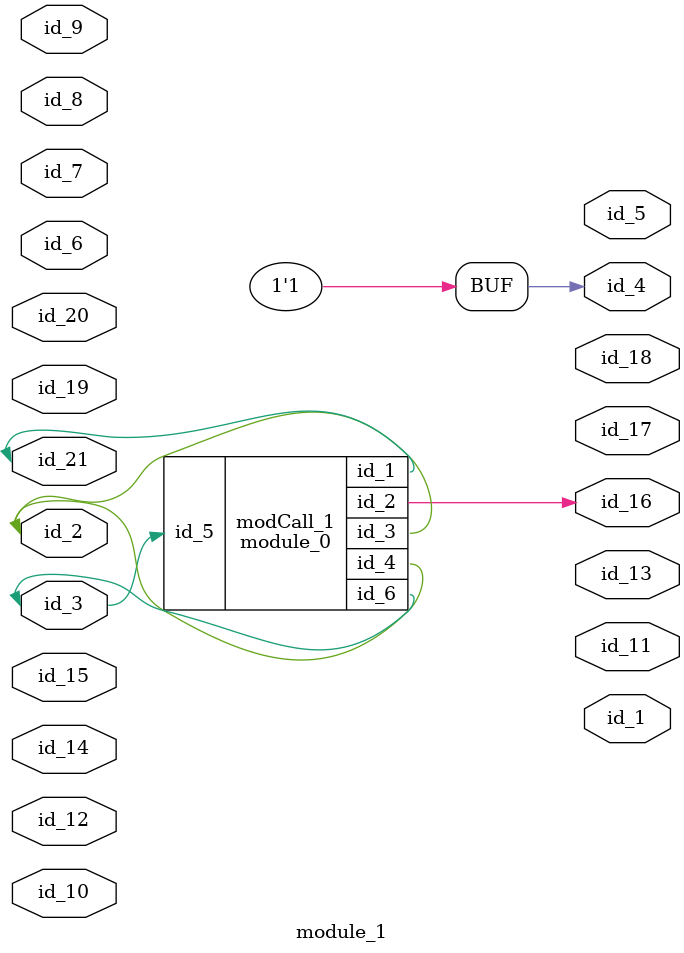
<source format=v>
module module_0 (
    id_1,
    id_2,
    id_3,
    id_4,
    id_5,
    id_6
);
  inout wire id_6;
  input wire id_5;
  inout wire id_4;
  output wire id_3;
  output wire id_2;
  inout wire id_1;
  supply1 id_7;
  assign id_1 = id_7 * id_5;
endmodule
module module_1 (
    id_1,
    id_2,
    id_3,
    id_4,
    id_5,
    id_6,
    id_7,
    id_8,
    id_9,
    id_10,
    id_11,
    id_12,
    id_13,
    id_14,
    id_15,
    id_16,
    id_17,
    id_18,
    id_19,
    id_20,
    id_21
);
  inout wire id_21;
  inout wire id_20;
  inout wire id_19;
  output wire id_18;
  output wire id_17;
  output wire id_16;
  input wire id_15;
  inout wire id_14;
  output wire id_13;
  inout wire id_12;
  output wire id_11;
  inout wire id_10;
  input wire id_9;
  input wire id_8;
  input wire id_7;
  inout wire id_6;
  output wire id_5;
  output wire id_4;
  inout wire id_3;
  inout wire id_2;
  output wire id_1;
  assign id_4 = 1;
  module_0 modCall_1 (
      id_21,
      id_16,
      id_2,
      id_2,
      id_3,
      id_3
  );
endmodule

</source>
